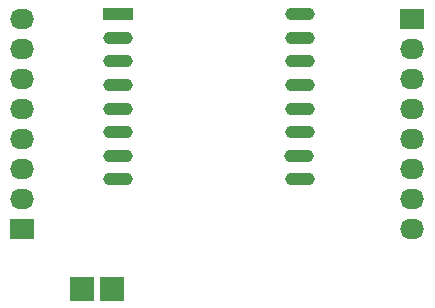
<source format=gbr>
G04 #@! TF.FileFunction,Copper,L2,Bot,Signal*
%FSLAX46Y46*%
G04 Gerber Fmt 4.6, Leading zero omitted, Abs format (unit mm)*
G04 Created by KiCad (PCBNEW 0.201511221031+6327~38~ubuntu14.04.1-stable) date Mon 23 Nov 2015 18:33:37 CET*
%MOMM*%
G01*
G04 APERTURE LIST*
%ADD10C,0.100000*%
%ADD11R,2.032000X1.727200*%
%ADD12O,2.032000X1.727200*%
%ADD13R,2.500000X1.100000*%
%ADD14O,2.500000X1.100000*%
%ADD15R,2.000000X2.000000*%
G04 APERTURE END LIST*
D10*
D11*
X139700000Y-123190000D03*
D12*
X139700000Y-120650000D03*
X139700000Y-118110000D03*
X139700000Y-115570000D03*
X139700000Y-113030000D03*
X139700000Y-110490000D03*
X139700000Y-107950000D03*
X139700000Y-105410000D03*
D11*
X172720000Y-105410000D03*
D12*
X172720000Y-107950000D03*
X172720000Y-110490000D03*
X172720000Y-113030000D03*
X172720000Y-115570000D03*
X172720000Y-118110000D03*
X172720000Y-120650000D03*
X172720000Y-123190000D03*
D13*
X147801100Y-105003600D03*
D14*
X147801100Y-107003600D03*
X147801100Y-109003600D03*
X147801100Y-111003600D03*
X147801100Y-113003600D03*
X147801100Y-115003600D03*
X147801100Y-117003600D03*
X147801100Y-119003600D03*
X163201100Y-119003600D03*
X163101100Y-117003600D03*
X163201100Y-115003600D03*
X163201100Y-113003600D03*
X163201100Y-111003600D03*
X163201100Y-109003600D03*
X163201100Y-107003600D03*
X163201100Y-105003600D03*
D15*
X147320000Y-128270000D03*
X144780000Y-128270000D03*
M02*

</source>
